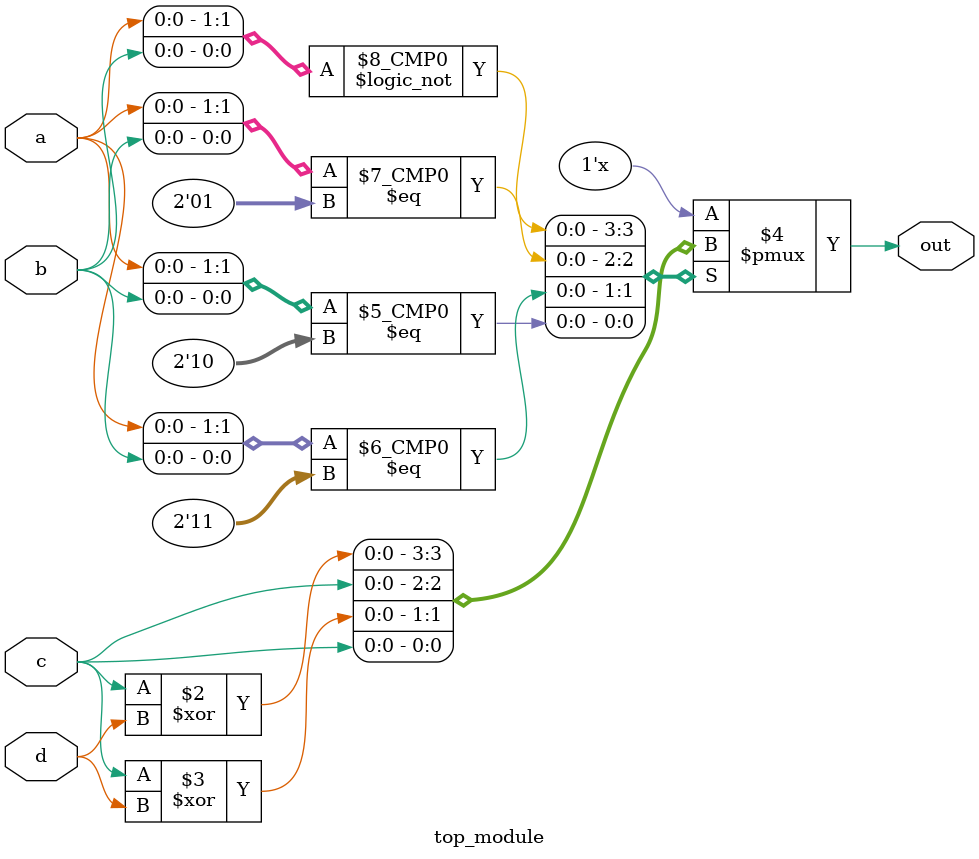
<source format=sv>
module top_module (
    input a, 
    input b,
    input c,
    input d,
    output reg out
);

always @(*) begin
    case ({a, b})
        2'b00: out = c ^ d;
        2'b01: out = c;
        2'b11: out = c ^ d;
        2'b10: out = c;
    endcase
end

endmodule

</source>
